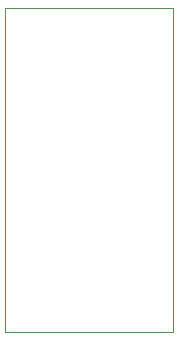
<source format=gbr>
G04 (created by PCBNEW (2013-07-07 BZR 4022)-stable) date 7/23/2013 8:12:13 PM*
%MOIN*%
G04 Gerber Fmt 3.4, Leading zero omitted, Abs format*
%FSLAX34Y34*%
G01*
G70*
G90*
G04 APERTURE LIST*
%ADD10C,0.00590551*%
%ADD11C,0.00393701*%
G04 APERTURE END LIST*
G54D10*
G54D11*
X52300Y-30700D02*
X52300Y-26100D01*
X46700Y-30700D02*
X52300Y-30700D01*
X46700Y-24900D02*
X46700Y-30700D01*
X52300Y-19900D02*
X46700Y-19900D01*
X52300Y-19900D02*
X52300Y-26100D01*
X46700Y-19900D02*
X46700Y-24900D01*
M02*

</source>
